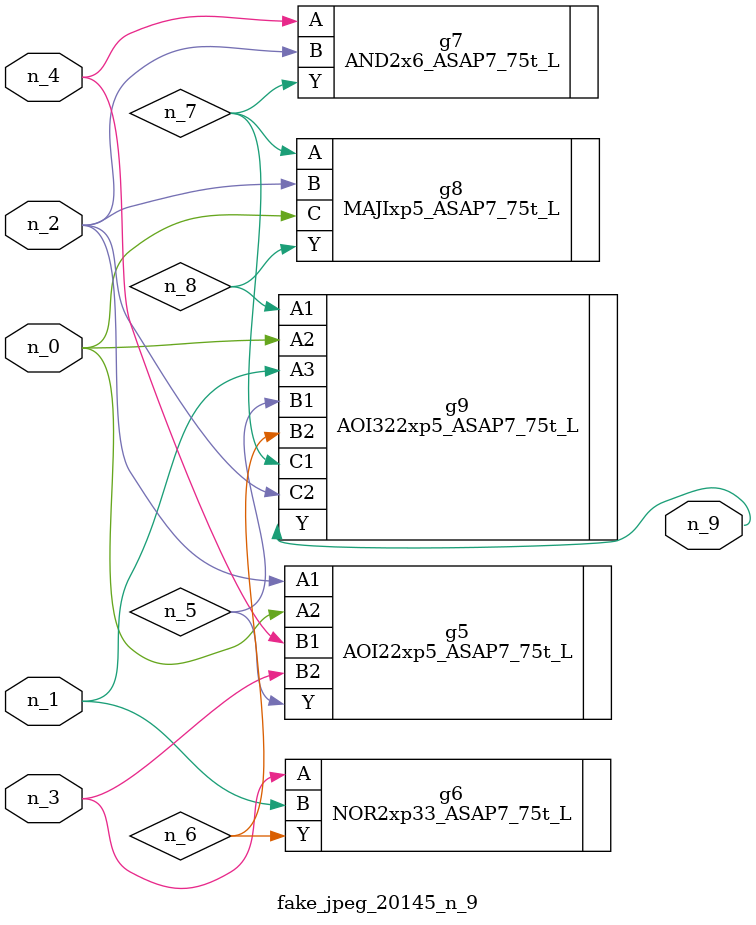
<source format=v>
module fake_jpeg_20145_n_9 (n_3, n_2, n_1, n_0, n_4, n_9);

input n_3;
input n_2;
input n_1;
input n_0;
input n_4;

output n_9;

wire n_8;
wire n_6;
wire n_5;
wire n_7;

AOI22xp5_ASAP7_75t_L g5 ( 
.A1(n_2),
.A2(n_0),
.B1(n_4),
.B2(n_3),
.Y(n_5)
);

NOR2xp33_ASAP7_75t_L g6 ( 
.A(n_3),
.B(n_1),
.Y(n_6)
);

AND2x6_ASAP7_75t_L g7 ( 
.A(n_4),
.B(n_2),
.Y(n_7)
);

MAJIxp5_ASAP7_75t_L g8 ( 
.A(n_7),
.B(n_2),
.C(n_0),
.Y(n_8)
);

AOI322xp5_ASAP7_75t_L g9 ( 
.A1(n_8),
.A2(n_0),
.A3(n_1),
.B1(n_5),
.B2(n_6),
.C1(n_7),
.C2(n_2),
.Y(n_9)
);


endmodule
</source>
